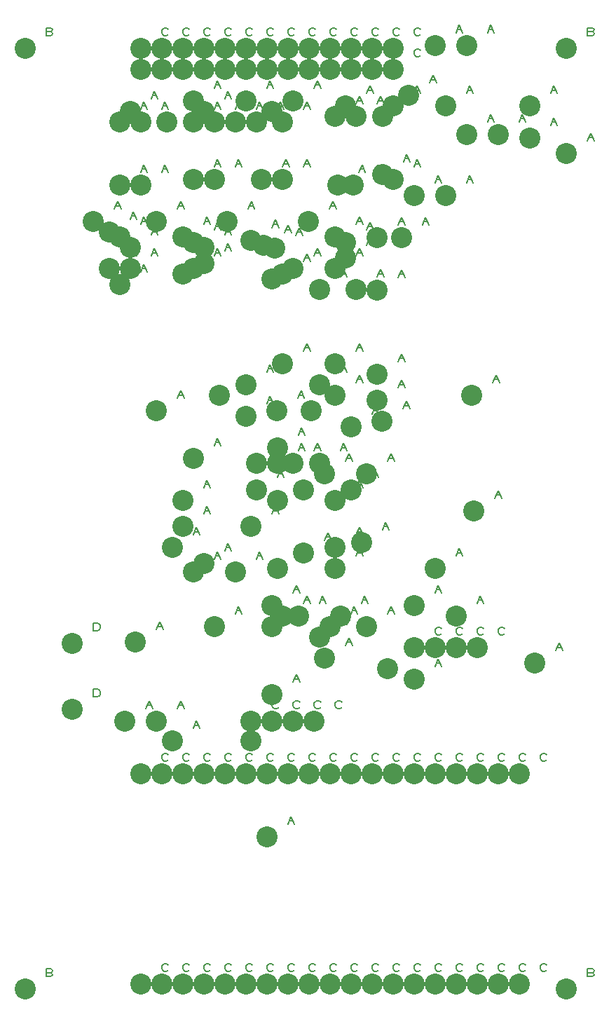
<source format=gbr>
G04 DesignSpark PCB Gerber Version 9.0 Build 5138 *
%FSLAX35Y35*%
%MOIN*%
%ADD93C,0.00500*%
%ADD140C,0.10000*%
X0Y0D02*
D02*
D93*
X27787Y23413D02*
X28413Y23100D01*
X28725Y22475*
X28413Y21850*
X27787Y21537*
X25600*
Y25287*
X27787*
X28413Y24975*
X28725Y24350*
X28413Y23725*
X27787Y23413*
X25600*
X27787Y470913D02*
X28413Y470600D01*
X28725Y469975*
X28413Y469350*
X27787Y469037*
X25600*
Y472787*
X27787*
X28413Y472475*
X28725Y471850*
X28413Y471225*
X27787Y470913*
X25600*
X48100Y154537D02*
Y158287D01*
X49975*
X50600Y157975*
X50913Y157663*
X51225Y157037*
Y155787*
X50913Y155163*
X50600Y154850*
X49975Y154537*
X48100*
Y186037D02*
Y189787D01*
X49975*
X50600Y189475*
X50913Y189163*
X51225Y188537*
Y187287*
X50913Y186663*
X50600Y186350*
X49975Y186037*
X48100*
X58100Y386537D02*
X59663Y390287D01*
X61225Y386537*
X58725Y388100D02*
X60600D01*
X65600Y364172D02*
X67163Y367922D01*
X68725Y364172*
X66225Y365734D02*
X68100D01*
X65600Y381672D02*
X67163Y385422D01*
X68725Y381672*
X66225Y383234D02*
X68100D01*
X70600Y356672D02*
X72163Y360422D01*
X73725Y356672*
X71225Y358234D02*
X73100D01*
X70600Y379172D02*
X72163Y382922D01*
X73725Y379172*
X71225Y380734D02*
X73100D01*
X70600Y404037D02*
X72163Y407787D01*
X73725Y404037*
X71225Y405600D02*
X73100D01*
X70600Y434037D02*
X72163Y437787D01*
X73725Y434037*
X71225Y435600D02*
X73100D01*
Y149037D02*
X74663Y152787D01*
X76225Y149037*
X73725Y150600D02*
X75600D01*
Y364172D02*
X77163Y367922D01*
X78725Y364172*
X76225Y365734D02*
X78100D01*
X75600Y374172D02*
X77163Y377922D01*
X78725Y374172*
X76225Y375734D02*
X78100D01*
X75600Y439037D02*
X77163Y442787D01*
X78725Y439037*
X76225Y440600D02*
X78100D01*
Y186537D02*
X79663Y190287D01*
X81225Y186537*
X78725Y188100D02*
X80600D01*
X83725Y24663D02*
X83413Y24350D01*
X82787Y24037*
X81850*
X81225Y24350*
X80913Y24663*
X80600Y25287*
Y26537*
X80913Y27163*
X81225Y27475*
X81850Y27787*
X82787*
X83413Y27475*
X83725Y27163*
Y124663D02*
X83413Y124350D01*
X82787Y124037*
X81850*
X81225Y124350*
X80913Y124663*
X80600Y125287*
Y126537*
X80913Y127163*
X81225Y127475*
X81850Y127787*
X82787*
X83413Y127475*
X83725Y127163*
X80600Y404037D02*
X82163Y407787D01*
X83725Y404037*
X81225Y405600D02*
X83100D01*
X80600Y434037D02*
X82163Y437787D01*
X83725Y434037*
X81225Y435600D02*
X83100D01*
X83725Y459663D02*
X83413Y459350D01*
X82787Y459037*
X81850*
X81225Y459350*
X80913Y459663*
X80600Y460287*
Y461537*
X80913Y462163*
X81225Y462475*
X81850Y462787*
X82787*
X83413Y462475*
X83725Y462163*
Y469663D02*
X83413Y469350D01*
X82787Y469037*
X81850*
X81225Y469350*
X80913Y469663*
X80600Y470287*
Y471537*
X80913Y472163*
X81225Y472475*
X81850Y472787*
X82787*
X83413Y472475*
X83725Y472163*
X88100Y149037D02*
X89663Y152787D01*
X91225Y149037*
X88725Y150600D02*
X90600D01*
X88100Y296537D02*
X89663Y300287D01*
X91225Y296537*
X88725Y298100D02*
X90600D01*
X88100Y386537D02*
X89663Y390287D01*
X91225Y386537*
X88725Y388100D02*
X90600D01*
X93725Y24663D02*
X93413Y24350D01*
X92787Y24037*
X91850*
X91225Y24350*
X90913Y24663*
X90600Y25287*
Y26537*
X90913Y27163*
X91225Y27475*
X91850Y27787*
X92787*
X93413Y27475*
X93725Y27163*
Y124663D02*
X93413Y124350D01*
X92787Y124037*
X91850*
X91225Y124350*
X90913Y124663*
X90600Y125287*
Y126537*
X90913Y127163*
X91225Y127475*
X91850Y127787*
X92787*
X93413Y127475*
X93725Y127163*
Y459663D02*
X93413Y459350D01*
X92787Y459037*
X91850*
X91225Y459350*
X90913Y459663*
X90600Y460287*
Y461537*
X90913Y462163*
X91225Y462475*
X91850Y462787*
X92787*
X93413Y462475*
X93725Y462163*
Y469663D02*
X93413Y469350D01*
X92787Y469037*
X91850*
X91225Y469350*
X90913Y469663*
X90600Y470287*
Y471537*
X90913Y472163*
X91225Y472475*
X91850Y472787*
X92787*
X93413Y472475*
X93725Y472163*
X93100Y434037D02*
X94663Y437787D01*
X96225Y434037*
X93725Y435600D02*
X95600D01*
Y139537D02*
X97163Y143287D01*
X98725Y139537*
X96225Y141100D02*
X98100D01*
X95600Y231537D02*
X97163Y235287D01*
X98725Y231537*
X96225Y233100D02*
X98100D01*
X103725Y24663D02*
X103413Y24350D01*
X102787Y24037*
X101850*
X101225Y24350*
X100913Y24663*
X100600Y25287*
Y26537*
X100913Y27163*
X101225Y27475*
X101850Y27787*
X102787*
X103413Y27475*
X103725Y27163*
Y124663D02*
X103413Y124350D01*
X102787Y124037*
X101850*
X101225Y124350*
X100913Y124663*
X100600Y125287*
Y126537*
X100913Y127163*
X101225Y127475*
X101850Y127787*
X102787*
X103413Y127475*
X103725Y127163*
X100600Y241537D02*
X102163Y245287D01*
X103725Y241537*
X101225Y243100D02*
X103100D01*
X100600Y254037D02*
X102163Y257787D01*
X103725Y254037*
X101225Y255600D02*
X103100D01*
X100600Y361672D02*
X102163Y365422D01*
X103725Y361672*
X101225Y363234D02*
X103100D01*
X100600Y379172D02*
X102163Y382922D01*
X103725Y379172*
X101225Y380734D02*
X103100D01*
X103725Y459663D02*
X103413Y459350D01*
X102787Y459037*
X101850*
X101225Y459350*
X100913Y459663*
X100600Y460287*
Y461537*
X100913Y462163*
X101225Y462475*
X101850Y462787*
X102787*
X103413Y462475*
X103725Y462163*
Y469663D02*
X103413Y469350D01*
X102787Y469037*
X101850*
X101225Y469350*
X100913Y469663*
X100600Y470287*
Y471537*
X100913Y472163*
X101225Y472475*
X101850Y472787*
X102787*
X103413Y472475*
X103725Y472163*
X105600Y220022D02*
X107163Y223772D01*
X108725Y220022*
X106225Y221585D02*
X108100D01*
X105600Y274037D02*
X107163Y277787D01*
X108725Y274037*
X106225Y275600D02*
X108100D01*
X105600Y364172D02*
X107163Y367922D01*
X108725Y364172*
X106225Y365734D02*
X108100D01*
X105600Y376672D02*
X107163Y380422D01*
X108725Y376672*
X106225Y378234D02*
X108100D01*
X105600Y406537D02*
X107163Y410287D01*
X108725Y406537*
X106225Y408100D02*
X108100D01*
X105600Y434037D02*
X107163Y437787D01*
X108725Y434037*
X106225Y435600D02*
X108100D01*
X105600Y444037D02*
X107163Y447787D01*
X108725Y444037*
X106225Y445600D02*
X108100D01*
X113725Y24663D02*
X113413Y24350D01*
X112787Y24037*
X111850*
X111225Y24350*
X110913Y24663*
X110600Y25287*
Y26537*
X110913Y27163*
X111225Y27475*
X111850Y27787*
X112787*
X113413Y27475*
X113725Y27163*
Y124663D02*
X113413Y124350D01*
X112787Y124037*
X111850*
X111225Y124350*
X110913Y124663*
X110600Y125287*
Y126537*
X110913Y127163*
X111225Y127475*
X111850Y127787*
X112787*
X113413Y127475*
X113725Y127163*
X110600Y224037D02*
X112163Y227787D01*
X113725Y224037*
X111225Y225600D02*
X113100D01*
X110600Y366672D02*
X112163Y370422D01*
X113725Y366672*
X111225Y368234D02*
X113100D01*
X110600Y374172D02*
X112163Y377922D01*
X113725Y374172*
X111225Y375734D02*
X113100D01*
X110600Y439037D02*
X112163Y442787D01*
X113725Y439037*
X111225Y440600D02*
X113100D01*
X113725Y459663D02*
X113413Y459350D01*
X112787Y459037*
X111850*
X111225Y459350*
X110913Y459663*
X110600Y460287*
Y461537*
X110913Y462163*
X111225Y462475*
X111850Y462787*
X112787*
X113413Y462475*
X113725Y462163*
Y469663D02*
X113413Y469350D01*
X112787Y469037*
X111850*
X111225Y469350*
X110913Y469663*
X110600Y470287*
Y471537*
X110913Y472163*
X111225Y472475*
X111850Y472787*
X112787*
X113413Y472475*
X113725Y472163*
X115600Y194037D02*
X117163Y197787D01*
X118725Y194037*
X116225Y195600D02*
X118100D01*
X115600Y406537D02*
X117163Y410287D01*
X118725Y406537*
X116225Y408100D02*
X118100D01*
X115600Y434037D02*
X117163Y437787D01*
X118725Y434037*
X116225Y435600D02*
X118100D01*
Y304037D02*
X119663Y307787D01*
X121225Y304037*
X118725Y305600D02*
X120600D01*
X123725Y24663D02*
X123413Y24350D01*
X122787Y24037*
X121850*
X121225Y24350*
X120913Y24663*
X120600Y25287*
Y26537*
X120913Y27163*
X121225Y27475*
X121850Y27787*
X122787*
X123413Y27475*
X123725Y27163*
Y124663D02*
X123413Y124350D01*
X122787Y124037*
X121850*
X121225Y124350*
X120913Y124663*
X120600Y125287*
Y126537*
X120913Y127163*
X121225Y127475*
X121850Y127787*
X122787*
X123413Y127475*
X123725Y127163*
Y459663D02*
X123413Y459350D01*
X122787Y459037*
X121850*
X121225Y459350*
X120913Y459663*
X120600Y460287*
Y461537*
X120913Y462163*
X121225Y462475*
X121850Y462787*
X122787*
X123413Y462475*
X123725Y462163*
Y469663D02*
X123413Y469350D01*
X122787Y469037*
X121850*
X121225Y469350*
X120913Y469663*
X120600Y470287*
Y471537*
X120913Y472163*
X121225Y472475*
X121850Y472787*
X122787*
X123413Y472475*
X123725Y472163*
X121700Y386537D02*
X123263Y390287D01*
X124825Y386537*
X122325Y388100D02*
X124200D01*
X125600Y220022D02*
X127163Y223772D01*
X128725Y220022*
X126225Y221585D02*
X128100D01*
X125600Y434037D02*
X127163Y437787D01*
X128725Y434037*
X126225Y435600D02*
X128100D01*
X133725Y24663D02*
X133413Y24350D01*
X132787Y24037*
X131850*
X131225Y24350*
X130913Y24663*
X130600Y25287*
Y26537*
X130913Y27163*
X131225Y27475*
X131850Y27787*
X132787*
X133413Y27475*
X133725Y27163*
Y124663D02*
X133413Y124350D01*
X132787Y124037*
X131850*
X131225Y124350*
X130913Y124663*
X130600Y125287*
Y126537*
X130913Y127163*
X131225Y127475*
X131850Y127787*
X132787*
X133413Y127475*
X133725Y127163*
X130600Y294037D02*
X132163Y297787D01*
X133725Y294037*
X131225Y295600D02*
X133100D01*
X130600Y309037D02*
X132163Y312787D01*
X133725Y309037*
X131225Y310600D02*
X133100D01*
X130600Y444037D02*
X132163Y447787D01*
X133725Y444037*
X131225Y445600D02*
X133100D01*
X133725Y459663D02*
X133413Y459350D01*
X132787Y459037*
X131850*
X131225Y459350*
X130913Y459663*
X130600Y460287*
Y461537*
X130913Y462163*
X131225Y462475*
X131850Y462787*
X132787*
X133413Y462475*
X133725Y462163*
Y469663D02*
X133413Y469350D01*
X132787Y469037*
X131850*
X131225Y469350*
X130913Y469663*
X130600Y470287*
Y471537*
X130913Y472163*
X131225Y472475*
X131850Y472787*
X132787*
X133413Y472475*
X133725Y472163*
X133100Y139537D02*
X134663Y143287D01*
X136225Y139537*
X133725Y141100D02*
X135600D01*
X136225Y149663D02*
X135913Y149350D01*
X135287Y149037*
X134350*
X133725Y149350*
X133413Y149663*
X133100Y150287*
Y151537*
X133413Y152163*
X133725Y152475*
X134350Y152787*
X135287*
X135913Y152475*
X136225Y152163*
X133100Y241537D02*
X134663Y245287D01*
X136225Y241537*
X133725Y243100D02*
X135600D01*
X133100Y377772D02*
X134663Y381522D01*
X136225Y377772*
X133725Y379334D02*
X135600D01*
Y259037D02*
X137163Y262787D01*
X138725Y259037*
X136225Y260600D02*
X138100D01*
X135600Y271537D02*
X137163Y275287D01*
X138725Y271537*
X136225Y273100D02*
X138100D01*
X135600Y434037D02*
X137163Y437787D01*
X138725Y434037*
X136225Y435600D02*
X138100D01*
Y406537D02*
X139663Y410287D01*
X141225Y406537*
X138725Y408100D02*
X140600D01*
X139200Y375272D02*
X140763Y379022D01*
X142325Y375272*
X139825Y376834D02*
X141700D01*
X143725Y24663D02*
X143413Y24350D01*
X142787Y24037*
X141850*
X141225Y24350*
X140913Y24663*
X140600Y25287*
Y26537*
X140913Y27163*
X141225Y27475*
X141850Y27787*
X142787*
X143413Y27475*
X143725Y27163*
X140600Y94037D02*
X142163Y97787D01*
X143725Y94037*
X141225Y95600D02*
X143100D01*
X143725Y124663D02*
X143413Y124350D01*
X142787Y124037*
X141850*
X141225Y124350*
X140913Y124663*
X140600Y125287*
Y126537*
X140913Y127163*
X141225Y127475*
X141850Y127787*
X142787*
X143413Y127475*
X143725Y127163*
Y459663D02*
X143413Y459350D01*
X142787Y459037*
X141850*
X141225Y459350*
X140913Y459663*
X140600Y460287*
Y461537*
X140913Y462163*
X141225Y462475*
X141850Y462787*
X142787*
X143413Y462475*
X143725Y462163*
Y469663D02*
X143413Y469350D01*
X142787Y469037*
X141850*
X141225Y469350*
X140913Y469663*
X140600Y470287*
Y471537*
X140913Y472163*
X141225Y472475*
X141850Y472787*
X142787*
X143413Y472475*
X143725Y472163*
X146225Y149663D02*
X145913Y149350D01*
X145287Y149037*
X144350*
X143725Y149350*
X143413Y149663*
X143100Y150287*
Y151537*
X143413Y152163*
X143725Y152475*
X144350Y152787*
X145287*
X145913Y152475*
X146225Y152163*
X143100Y161537D02*
X144663Y165287D01*
X146225Y161537*
X143725Y163100D02*
X145600D01*
X143100Y194037D02*
X144663Y197787D01*
X146225Y194037*
X143725Y195600D02*
X145600D01*
X143100Y204037D02*
X144663Y207787D01*
X146225Y204037*
X143725Y205600D02*
X145600D01*
X143100Y359172D02*
X144663Y362922D01*
X146225Y359172*
X143725Y360734D02*
X145600D01*
X143100Y439037D02*
X144663Y442787D01*
X146225Y439037*
X143725Y440600D02*
X145600D01*
X144500Y374037D02*
X146063Y377787D01*
X147625Y374037*
X145125Y375600D02*
X147000D01*
X145334Y296508D02*
X146897Y300258D01*
X148459Y296508*
X145959Y298070D02*
X147834D01*
X145600Y221537D02*
X147163Y225287D01*
X148725Y221537*
X146225Y223100D02*
X148100D01*
X145600Y254037D02*
X147163Y257787D01*
X148725Y254037*
X146225Y255600D02*
X148100D01*
X145600Y271537D02*
X147163Y275287D01*
X148725Y271537*
X146225Y273100D02*
X148100D01*
X145600Y279037D02*
X147163Y282787D01*
X148725Y279037*
X146225Y280600D02*
X148100D01*
Y199037D02*
X149663Y202787D01*
X151225Y199037*
X148725Y200600D02*
X150600D01*
X148100Y319037D02*
X149663Y322787D01*
X151225Y319037*
X148725Y320600D02*
X150600D01*
X148100Y361672D02*
X149663Y365422D01*
X151225Y361672*
X148725Y363234D02*
X150600D01*
X148100Y406537D02*
X149663Y410287D01*
X151225Y406537*
X148725Y408100D02*
X150600D01*
X148100Y434037D02*
X149663Y437787D01*
X151225Y434037*
X148725Y435600D02*
X150600D01*
X153725Y24663D02*
X153413Y24350D01*
X152787Y24037*
X151850*
X151225Y24350*
X150913Y24663*
X150600Y25287*
Y26537*
X150913Y27163*
X151225Y27475*
X151850Y27787*
X152787*
X153413Y27475*
X153725Y27163*
Y124663D02*
X153413Y124350D01*
X152787Y124037*
X151850*
X151225Y124350*
X150913Y124663*
X150600Y125287*
Y126537*
X150913Y127163*
X151225Y127475*
X151850Y127787*
X152787*
X153413Y127475*
X153725Y127163*
Y459663D02*
X153413Y459350D01*
X152787Y459037*
X151850*
X151225Y459350*
X150913Y459663*
X150600Y460287*
Y461537*
X150913Y462163*
X151225Y462475*
X151850Y462787*
X152787*
X153413Y462475*
X153725Y462163*
Y469663D02*
X153413Y469350D01*
X152787Y469037*
X151850*
X151225Y469350*
X150913Y469663*
X150600Y470287*
Y471537*
X150913Y472163*
X151225Y472475*
X151850Y472787*
X152787*
X153413Y472475*
X153725Y472163*
X156225Y149663D02*
X155913Y149350D01*
X155287Y149037*
X154350*
X153725Y149350*
X153413Y149663*
X153100Y150287*
Y151537*
X153413Y152163*
X153725Y152475*
X154350Y152787*
X155287*
X155913Y152475*
X156225Y152163*
X153100Y271537D02*
X154663Y275287D01*
X156225Y271537*
X153725Y273100D02*
X155600D01*
X153100Y364172D02*
X154663Y367922D01*
X156225Y364172*
X153725Y365734D02*
X155600D01*
X153100Y444037D02*
X154663Y447787D01*
X156225Y444037*
X153725Y445600D02*
X155600D01*
Y199037D02*
X157163Y202787D01*
X158725Y199037*
X156225Y200600D02*
X158100D01*
Y229037D02*
X159663Y232787D01*
X161225Y229037*
X158725Y230600D02*
X160600D01*
X158100Y259037D02*
X159663Y262787D01*
X161225Y259037*
X158725Y260600D02*
X160600D01*
X160466Y386537D02*
X162028Y390287D01*
X163591Y386537*
X161091Y388100D02*
X162966D01*
X163725Y24663D02*
X163413Y24350D01*
X162787Y24037*
X161850*
X161225Y24350*
X160913Y24663*
X160600Y25287*
Y26537*
X160913Y27163*
X161225Y27475*
X161850Y27787*
X162787*
X163413Y27475*
X163725Y27163*
Y124663D02*
X163413Y124350D01*
X162787Y124037*
X161850*
X161225Y124350*
X160913Y124663*
X160600Y125287*
Y126537*
X160913Y127163*
X161225Y127475*
X161850Y127787*
X162787*
X163413Y127475*
X163725Y127163*
Y459663D02*
X163413Y459350D01*
X162787Y459037*
X161850*
X161225Y459350*
X160913Y459663*
X160600Y460287*
Y461537*
X160913Y462163*
X161225Y462475*
X161850Y462787*
X162787*
X163413Y462475*
X163725Y462163*
Y469663D02*
X163413Y469350D01*
X162787Y469037*
X161850*
X161225Y469350*
X160913Y469663*
X160600Y470287*
Y471537*
X160913Y472163*
X161225Y472475*
X161850Y472787*
X162787*
X163413Y472475*
X163725Y472163*
X161584Y296537D02*
X163147Y300287D01*
X164709Y296537*
X162209Y298100D02*
X164084D01*
X166225Y149663D02*
X165913Y149350D01*
X165287Y149037*
X164350*
X163725Y149350*
X163413Y149663*
X163100Y150287*
Y151537*
X163413Y152163*
X163725Y152475*
X164350Y152787*
X165287*
X165913Y152475*
X166225Y152163*
X165600Y189037D02*
X167163Y192787D01*
X168725Y189037*
X166225Y190600D02*
X168100D01*
X165600Y271537D02*
X167163Y275287D01*
X168725Y271537*
X166225Y273100D02*
X168100D01*
X165600Y309037D02*
X167163Y312787D01*
X168725Y309037*
X166225Y310600D02*
X168100D01*
X165600Y354172D02*
X167163Y357922D01*
X168725Y354172*
X166225Y355734D02*
X168100D01*
Y179037D02*
X169663Y182787D01*
X171225Y179037*
X168725Y180600D02*
X170600D01*
X168100Y266537D02*
X169663Y270287D01*
X171225Y266537*
X168725Y268100D02*
X170600D01*
X173725Y24663D02*
X173413Y24350D01*
X172787Y24037*
X171850*
X171225Y24350*
X170913Y24663*
X170600Y25287*
Y26537*
X170913Y27163*
X171225Y27475*
X171850Y27787*
X172787*
X173413Y27475*
X173725Y27163*
Y124663D02*
X173413Y124350D01*
X172787Y124037*
X171850*
X171225Y124350*
X170913Y124663*
X170600Y125287*
Y126537*
X170913Y127163*
X171225Y127475*
X171850Y127787*
X172787*
X173413Y127475*
X173725Y127163*
X170600Y194037D02*
X172163Y197787D01*
X173725Y194037*
X171225Y195600D02*
X173100D01*
X173725Y459663D02*
X173413Y459350D01*
X172787Y459037*
X171850*
X171225Y459350*
X170913Y459663*
X170600Y460287*
Y461537*
X170913Y462163*
X171225Y462475*
X171850Y462787*
X172787*
X173413Y462475*
X173725Y462163*
Y469663D02*
X173413Y469350D01*
X172787Y469037*
X171850*
X171225Y469350*
X170913Y469663*
X170600Y470287*
Y471537*
X170913Y472163*
X171225Y472475*
X171850Y472787*
X172787*
X173413Y472475*
X173725Y472163*
X173100Y221537D02*
X174663Y225287D01*
X176225Y221537*
X173725Y223100D02*
X175600D01*
X173100Y231537D02*
X174663Y235287D01*
X176225Y231537*
X173725Y233100D02*
X175600D01*
X173100Y254037D02*
X174663Y257787D01*
X176225Y254037*
X173725Y255600D02*
X175600D01*
X173100Y304037D02*
X174663Y307787D01*
X176225Y304037*
X173725Y305600D02*
X175600D01*
X173100Y319037D02*
X174663Y322787D01*
X176225Y319037*
X173725Y320600D02*
X175600D01*
X173100Y364172D02*
X174663Y367922D01*
X176225Y364172*
X173725Y365734D02*
X175600D01*
X173100Y379172D02*
X174663Y382922D01*
X176225Y379172*
X173725Y380734D02*
X175600D01*
X173100Y436537D02*
X174663Y440287D01*
X176225Y436537*
X173725Y438100D02*
X175600D01*
X174360Y404037D02*
X175922Y407787D01*
X177485Y404037*
X174985Y405600D02*
X176860D01*
X175600Y199037D02*
X177163Y202787D01*
X178725Y199037*
X176225Y200600D02*
X178100D01*
Y369172D02*
X179663Y372922D01*
X181225Y369172*
X178725Y370734D02*
X180600D01*
X178100Y376672D02*
X179663Y380422D01*
X181225Y376672*
X178725Y378234D02*
X180600D01*
X178100Y441537D02*
X179663Y445287D01*
X181225Y441537*
X178725Y443100D02*
X180600D01*
X183725Y24663D02*
X183413Y24350D01*
X182787Y24037*
X181850*
X181225Y24350*
X180913Y24663*
X180600Y25287*
Y26537*
X180913Y27163*
X181225Y27475*
X181850Y27787*
X182787*
X183413Y27475*
X183725Y27163*
Y124663D02*
X183413Y124350D01*
X182787Y124037*
X181850*
X181225Y124350*
X180913Y124663*
X180600Y125287*
Y126537*
X180913Y127163*
X181225Y127475*
X181850Y127787*
X182787*
X183413Y127475*
X183725Y127163*
X180600Y259037D02*
X182163Y262787D01*
X183725Y259037*
X181225Y260600D02*
X183100D01*
X180600Y289037D02*
X182163Y292787D01*
X183725Y289037*
X181225Y290600D02*
X183100D01*
X183725Y459663D02*
X183413Y459350D01*
X182787Y459037*
X181850*
X181225Y459350*
X180913Y459663*
X180600Y460287*
Y461537*
X180913Y462163*
X181225Y462475*
X181850Y462787*
X182787*
X183413Y462475*
X183725Y462163*
Y469663D02*
X183413Y469350D01*
X182787Y469037*
X181850*
X181225Y469350*
X180913Y469663*
X180600Y470287*
Y471537*
X180913Y472163*
X181225Y472475*
X181850Y472787*
X182787*
X183413Y472475*
X183725Y472163*
X181840Y404037D02*
X183403Y407787D01*
X184965Y404037*
X182465Y405600D02*
X184340D01*
X183100Y354172D02*
X184663Y357922D01*
X186225Y354172*
X183725Y355734D02*
X185600D01*
X183100Y436537D02*
X184663Y440287D01*
X186225Y436537*
X183725Y438100D02*
X185600D01*
Y234037D02*
X187163Y237787D01*
X188725Y234037*
X186225Y235600D02*
X188100D01*
Y194037D02*
X189663Y197787D01*
X191225Y194037*
X188725Y195600D02*
X190600D01*
X188100Y266537D02*
X189663Y270287D01*
X191225Y266537*
X188725Y268100D02*
X190600D01*
X193725Y24663D02*
X193413Y24350D01*
X192787Y24037*
X191850*
X191225Y24350*
X190913Y24663*
X190600Y25287*
Y26537*
X190913Y27163*
X191225Y27475*
X191850Y27787*
X192787*
X193413Y27475*
X193725Y27163*
Y124663D02*
X193413Y124350D01*
X192787Y124037*
X191850*
X191225Y124350*
X190913Y124663*
X190600Y125287*
Y126537*
X190913Y127163*
X191225Y127475*
X191850Y127787*
X192787*
X193413Y127475*
X193725Y127163*
Y459663D02*
X193413Y459350D01*
X192787Y459037*
X191850*
X191225Y459350*
X190913Y459663*
X190600Y460287*
Y461537*
X190913Y462163*
X191225Y462475*
X191850Y462787*
X192787*
X193413Y462475*
X193725Y462163*
Y469663D02*
X193413Y469350D01*
X192787Y469037*
X191850*
X191225Y469350*
X190913Y469663*
X190600Y470287*
Y471537*
X190913Y472163*
X191225Y472475*
X191850Y472787*
X192787*
X193413Y472475*
X193725Y472163*
X193100Y301537D02*
X194663Y305287D01*
X196225Y301537*
X193725Y303100D02*
X195600D01*
X193100Y314037D02*
X194663Y317787D01*
X196225Y314037*
X193725Y315600D02*
X195600D01*
X193100Y354037D02*
X194663Y357787D01*
X196225Y354037*
X193725Y355600D02*
X195600D01*
X193100Y379037D02*
X194663Y382787D01*
X196225Y379037*
X193725Y380600D02*
X195600D01*
X195500Y291537D02*
X197063Y295287D01*
X198625Y291537*
X196125Y293100D02*
X198000D01*
X195600Y409037D02*
X197163Y412787D01*
X198725Y409037*
X196225Y410600D02*
X198100D01*
X195600Y436537D02*
X197163Y440287D01*
X198725Y436537*
X196225Y438100D02*
X198100D01*
Y173937D02*
X199663Y177687D01*
X201225Y173937*
X198725Y175500D02*
X200600D01*
X203725Y24663D02*
X203413Y24350D01*
X202787Y24037*
X201850*
X201225Y24350*
X200913Y24663*
X200600Y25287*
Y26537*
X200913Y27163*
X201225Y27475*
X201850Y27787*
X202787*
X203413Y27475*
X203725Y27163*
Y124663D02*
X203413Y124350D01*
X202787Y124037*
X201850*
X201225Y124350*
X200913Y124663*
X200600Y125287*
Y126537*
X200913Y127163*
X201225Y127475*
X201850Y127787*
X202787*
X203413Y127475*
X203725Y127163*
X200600Y406537D02*
X202163Y410287D01*
X203725Y406537*
X201225Y408100D02*
X203100D01*
X200600Y441537D02*
X202163Y445287D01*
X203725Y441537*
X201225Y443100D02*
X203100D01*
X203725Y459663D02*
X203413Y459350D01*
X202787Y459037*
X201850*
X201225Y459350*
X200913Y459663*
X200600Y460287*
Y461537*
X200913Y462163*
X201225Y462475*
X201850Y462787*
X202787*
X203413Y462475*
X203725Y462163*
Y469663D02*
X203413Y469350D01*
X202787Y469037*
X201850*
X201225Y469350*
X200913Y469663*
X200600Y470287*
Y471537*
X200913Y472163*
X201225Y472475*
X201850Y472787*
X202787*
X203413Y472475*
X203725Y472163*
X204537Y379037D02*
X206100Y382787D01*
X207662Y379037*
X205162Y380600D02*
X207037D01*
X208100Y446537D02*
X209663Y450287D01*
X211225Y446537*
X208725Y448100D02*
X210600D01*
X213725Y24663D02*
X213413Y24350D01*
X212787Y24037*
X211850*
X211225Y24350*
X210913Y24663*
X210600Y25287*
Y26537*
X210913Y27163*
X211225Y27475*
X211850Y27787*
X212787*
X213413Y27475*
X213725Y27163*
Y124663D02*
X213413Y124350D01*
X212787Y124037*
X211850*
X211225Y124350*
X210913Y124663*
X210600Y125287*
Y126537*
X210913Y127163*
X211225Y127475*
X211850Y127787*
X212787*
X213413Y127475*
X213725Y127163*
X210600Y169037D02*
X212163Y172787D01*
X213725Y169037*
X211225Y170600D02*
X213100D01*
X213725Y184663D02*
X213413Y184350D01*
X212787Y184037*
X211850*
X211225Y184350*
X210913Y184663*
X210600Y185287*
Y186537*
X210913Y187163*
X211225Y187475*
X211850Y187787*
X212787*
X213413Y187475*
X213725Y187163*
X210600Y204037D02*
X212163Y207787D01*
X213725Y204037*
X211225Y205600D02*
X213100D01*
X210600Y399037D02*
X212163Y402787D01*
X213725Y399037*
X211225Y400600D02*
X213100D01*
X223725Y24663D02*
X223413Y24350D01*
X222787Y24037*
X221850*
X221225Y24350*
X220913Y24663*
X220600Y25287*
Y26537*
X220913Y27163*
X221225Y27475*
X221850Y27787*
X222787*
X223413Y27475*
X223725Y27163*
Y124663D02*
X223413Y124350D01*
X222787Y124037*
X221850*
X221225Y124350*
X220913Y124663*
X220600Y125287*
Y126537*
X220913Y127163*
X221225Y127475*
X221850Y127787*
X222787*
X223413Y127475*
X223725Y127163*
Y184663D02*
X223413Y184350D01*
X222787Y184037*
X221850*
X221225Y184350*
X220913Y184663*
X220600Y185287*
Y186537*
X220913Y187163*
X221225Y187475*
X221850Y187787*
X222787*
X223413Y187475*
X223725Y187163*
X220600Y221537D02*
X222163Y225287D01*
X223725Y221537*
X221225Y223100D02*
X223100D01*
X220600Y470437D02*
X222163Y474187D01*
X223725Y470437*
X221225Y472000D02*
X223100D01*
X225600Y399037D02*
X227163Y402787D01*
X228725Y399037*
X226225Y400600D02*
X228100D01*
X225600Y441537D02*
X227163Y445287D01*
X228725Y441537*
X226225Y443100D02*
X228100D01*
X233725Y24663D02*
X233413Y24350D01*
X232787Y24037*
X231850*
X231225Y24350*
X230913Y24663*
X230600Y25287*
Y26537*
X230913Y27163*
X231225Y27475*
X231850Y27787*
X232787*
X233413Y27475*
X233725Y27163*
Y124663D02*
X233413Y124350D01*
X232787Y124037*
X231850*
X231225Y124350*
X230913Y124663*
X230600Y125287*
Y126537*
X230913Y127163*
X231225Y127475*
X231850Y127787*
X232787*
X233413Y127475*
X233725Y127163*
Y184663D02*
X233413Y184350D01*
X232787Y184037*
X231850*
X231225Y184350*
X230913Y184663*
X230600Y185287*
Y186537*
X230913Y187163*
X231225Y187475*
X231850Y187787*
X232787*
X233413Y187475*
X233725Y187163*
X230600Y199037D02*
X232163Y202787D01*
X233725Y199037*
X231225Y200600D02*
X233100D01*
X235600Y428037D02*
X237163Y431787D01*
X238725Y428037*
X236225Y429600D02*
X238100D01*
X235600Y470437D02*
X237163Y474187D01*
X238725Y470437*
X236225Y472000D02*
X238100D01*
Y304037D02*
X239663Y307787D01*
X241225Y304037*
X238725Y305600D02*
X240600D01*
X239100Y249037D02*
X240663Y252787D01*
X242225Y249037*
X239725Y250600D02*
X241600D01*
X243725Y24663D02*
X243413Y24350D01*
X242787Y24037*
X241850*
X241225Y24350*
X240913Y24663*
X240600Y25287*
Y26537*
X240913Y27163*
X241225Y27475*
X241850Y27787*
X242787*
X243413Y27475*
X243725Y27163*
Y124663D02*
X243413Y124350D01*
X242787Y124037*
X241850*
X241225Y124350*
X240913Y124663*
X240600Y125287*
Y126537*
X240913Y127163*
X241225Y127475*
X241850Y127787*
X242787*
X243413Y127475*
X243725Y127163*
Y184663D02*
X243413Y184350D01*
X242787Y184037*
X241850*
X241225Y184350*
X240913Y184663*
X240600Y185287*
Y186537*
X240913Y187163*
X241225Y187475*
X241850Y187787*
X242787*
X243413Y187475*
X243725Y187163*
X253725Y24663D02*
X253413Y24350D01*
X252787Y24037*
X251850*
X251225Y24350*
X250913Y24663*
X250600Y25287*
Y26537*
X250913Y27163*
X251225Y27475*
X251850Y27787*
X252787*
X253413Y27475*
X253725Y27163*
Y124663D02*
X253413Y124350D01*
X252787Y124037*
X251850*
X251225Y124350*
X250913Y124663*
X250600Y125287*
Y126537*
X250913Y127163*
X251225Y127475*
X251850Y127787*
X252787*
X253413Y127475*
X253725Y127163*
X250600Y428037D02*
X252163Y431787D01*
X253725Y428037*
X251225Y429600D02*
X253100D01*
X263725Y24663D02*
X263413Y24350D01*
X262787Y24037*
X261850*
X261225Y24350*
X260913Y24663*
X260600Y25287*
Y26537*
X260913Y27163*
X261225Y27475*
X261850Y27787*
X262787*
X263413Y27475*
X263725Y27163*
Y124663D02*
X263413Y124350D01*
X262787Y124037*
X261850*
X261225Y124350*
X260913Y124663*
X260600Y125287*
Y126537*
X260913Y127163*
X261225Y127475*
X261850Y127787*
X262787*
X263413Y127475*
X263725Y127163*
X265600Y426396D02*
X267163Y430146D01*
X268725Y426396*
X266225Y427958D02*
X268100D01*
X265600Y441537D02*
X267163Y445287D01*
X268725Y441537*
X266225Y443100D02*
X268100D01*
Y176537D02*
X269663Y180287D01*
X271225Y176537*
X268725Y178100D02*
X270600D01*
X285287Y23413D02*
X285913Y23100D01*
X286225Y22475*
X285913Y21850*
X285287Y21537*
X283100*
Y25287*
X285287*
X285913Y24975*
X286225Y24350*
X285913Y23725*
X285287Y23413*
X283100*
Y419037D02*
X284663Y422787D01*
X286225Y419037*
X283725Y420600D02*
X285600D01*
X285287Y470913D02*
X285913Y470600D01*
X286225Y469975*
X285913Y469350*
X285287Y469037*
X283100*
Y472787*
X285287*
X285913Y472475*
X286225Y471850*
X285913Y471225*
X285287Y470913*
X283100*
D02*
D140*
X15600Y15600D03*
Y463100D03*
X38100Y148600D03*
Y180100D03*
X48100Y380600D03*
X55600Y358234D03*
Y375734D03*
X60600Y350734D03*
Y373234D03*
Y398100D03*
Y428100D03*
X63100Y143100D03*
X65600Y358234D03*
Y368234D03*
Y433100D03*
X68100Y180600D03*
X70600Y18100D03*
Y118100D03*
Y398100D03*
Y428100D03*
Y453100D03*
Y463100D03*
X78100Y143100D03*
Y290600D03*
Y380600D03*
X80600Y18100D03*
Y118100D03*
Y453100D03*
Y463100D03*
X83100Y428100D03*
X85600Y133600D03*
Y225600D03*
X90600Y18100D03*
Y118100D03*
Y235600D03*
Y248100D03*
Y355734D03*
Y373234D03*
Y453100D03*
Y463100D03*
X95600Y214085D03*
Y268100D03*
Y358234D03*
Y370734D03*
Y400600D03*
Y428100D03*
Y438100D03*
X100600Y18100D03*
Y118100D03*
Y218100D03*
Y360734D03*
Y368234D03*
Y433100D03*
Y453100D03*
Y463100D03*
X105600Y188100D03*
Y400600D03*
Y428100D03*
X108100Y298100D03*
X110600Y18100D03*
Y118100D03*
Y453100D03*
Y463100D03*
X111700Y380600D03*
X115600Y214085D03*
Y428100D03*
X120600Y18100D03*
Y118100D03*
Y288100D03*
Y303100D03*
Y438100D03*
Y453100D03*
Y463100D03*
X123100Y133600D03*
Y143100D03*
Y235600D03*
Y371834D03*
X125600Y253100D03*
Y265600D03*
Y428100D03*
X128100Y400600D03*
X129200Y369334D03*
X130600Y18100D03*
Y88100D03*
Y118100D03*
Y453100D03*
Y463100D03*
X133100Y143100D03*
Y155600D03*
Y188100D03*
Y198100D03*
Y353234D03*
Y433100D03*
X134500Y368100D03*
X135334Y290570D03*
X135600Y215600D03*
Y248100D03*
Y265600D03*
Y273100D03*
X138100Y193100D03*
Y313100D03*
Y355734D03*
Y400600D03*
Y428100D03*
X140600Y18100D03*
Y118100D03*
Y453100D03*
Y463100D03*
X143100Y143100D03*
Y265600D03*
Y358234D03*
Y438100D03*
X145600Y193100D03*
X148100Y223100D03*
Y253100D03*
X150466Y380600D03*
X150600Y18100D03*
Y118100D03*
Y453100D03*
Y463100D03*
X151584Y290600D03*
X153100Y143100D03*
X155600Y183100D03*
Y265600D03*
Y303100D03*
Y348234D03*
X158100Y173100D03*
Y260600D03*
X160600Y18100D03*
Y118100D03*
Y188100D03*
Y453100D03*
Y463100D03*
X163100Y215600D03*
Y225600D03*
Y248100D03*
Y298100D03*
Y313100D03*
Y358234D03*
Y373234D03*
Y430600D03*
X164360Y398100D03*
X165600Y193100D03*
X168100Y363234D03*
Y370734D03*
Y435600D03*
X170600Y18100D03*
Y118100D03*
Y253100D03*
Y283100D03*
Y453100D03*
Y463100D03*
X171840Y398100D03*
X173100Y348234D03*
Y430600D03*
X175600Y228100D03*
X178100Y188100D03*
Y260600D03*
X180600Y18100D03*
Y118100D03*
Y453100D03*
Y463100D03*
X183100Y295600D03*
Y308100D03*
Y348100D03*
Y373100D03*
X185500Y285600D03*
X185600Y403100D03*
Y430600D03*
X188100Y168000D03*
X190600Y18100D03*
Y118100D03*
Y400600D03*
Y435600D03*
Y453100D03*
Y463100D03*
X194537Y373100D03*
X198100Y440600D03*
X200600Y18100D03*
Y118100D03*
Y163100D03*
Y178100D03*
Y198100D03*
Y393100D03*
X210600Y18100D03*
Y118100D03*
Y178100D03*
Y215600D03*
Y464500D03*
X215600Y393100D03*
Y435600D03*
X220600Y18100D03*
Y118100D03*
Y178100D03*
Y193100D03*
X225600Y422100D03*
Y464500D03*
X228100Y298100D03*
X229100Y243100D03*
X230600Y18100D03*
Y118100D03*
Y178100D03*
X240600Y18100D03*
Y118100D03*
Y422100D03*
X250600Y18100D03*
Y118100D03*
X255600Y420458D03*
Y435600D03*
X258100Y170600D03*
X273100Y15600D03*
Y413100D03*
Y463100D03*
X0Y0D02*
M02*

</source>
